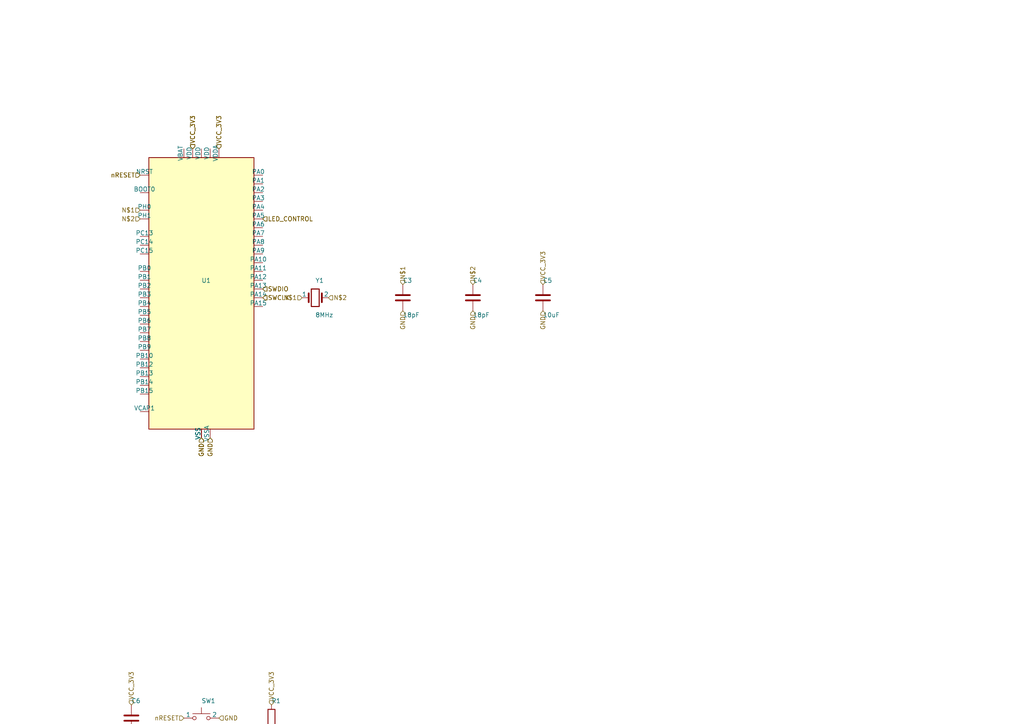
<source format=kicad_sch>
(kicad_sch (version 20250114) (generator "circuit_synth") (generator_version "9.0")
  (paper "A4")
  (lib_symbols
    (symbol "Device:C" (pin_numbers hide) (pin_names (offset 0))
      (property "Reference" "C" (at 0 0 0))
      (property "Value" "C" (at 0 0 0))
      (symbol "C_0_1"
        (polyline (pts (xy -2.032 0.762) (xy 2.032 0.762)) (stroke (width 0.508)))
        (polyline (pts (xy -2.032 -0.762) (xy 2.032 -0.762)) (stroke (width 0.508)))
      )
      (symbol "C_1_1"
        (pin passive line (at 0 3.81 270) (length 2.794) (name "~") (number "1"))
        (pin passive line (at 0 -3.81 90) (length 2.794) (name "~") (number "2"))
      )
    )
    (symbol "Device:Crystal" (pin_numbers hide) (pin_names (offset 0))
      (property "Reference" "Y" (at 0 0 0))
      (property "Value" "Crystal" (at 0 0 0))
      (symbol "Crystal_0_1"
        (polyline (pts (xy -2.54 0) (xy -1.905 0)))
        (polyline (pts (xy -1.905 -1.27) (xy -1.905 1.27)) (stroke (width 0.508)))
        (rectangle (start -1.143 2.54) (end 1.143 -2.54) (stroke (width 0.3048)))
        (polyline (pts (xy 1.905 -1.27) (xy 1.905 1.27)) (stroke (width 0.508)))
        (polyline (pts (xy 2.54 0) (xy 1.905 0)))
      )
      (symbol "Crystal_1_1"
        (pin passive line (at -3.81 0 0) (length 1.27) (name "1") (number "1"))
        (pin passive line (at 3.81 0 180) (length 1.27) (name "2") (number "2"))
      )
    )
    (symbol "Device:R" (pin_numbers hide) (pin_names (offset 0))
      (property "Reference" "R" (at 0 0 0))
      (property "Value" "R" (at 0 0 0))
      (symbol "R_0_1"
        (rectangle (start -1.016 -2.54) (end 1.016 2.54) (stroke (width 0.254)))
      )
      (symbol "R_1_1"
        (pin passive line (at 0 3.81 270) (length 1.27) (name "~") (number "1"))
        (pin passive line (at 0 -3.81 90) (length 1.27) (name "~") (number "2"))
      )
    )
    (symbol "MCU_ST_STM32F4:STM32F411CEUx" (pin_numbers hide) (pin_names (offset 0))
      (property "Reference" "U" (at 0 0 0))
      (property "Value" "STM32F411CEUx" (at 0 0 0))
      (symbol "STM32F411CEUx_0_1"
        (rectangle (start -15.24 -38.1) (end 15.24 40.64) (stroke (width 0.254)) (fill (type background)))
      )
      (symbol "STM32F411CEUx_1_1"
        (pin input line (at -17.78 35.56 0) (length 2.54) (name "NRST") (number "7"))
        (pin input line (at -17.78 30.48 0) (length 2.54) (name "BOOT0") (number "44"))
        (pin bidirectional line (at -17.78 25.4 0) (length 2.54) (name "PH0") (number "5"))
        (pin bidirectional line (at -17.78 22.86 0) (length 2.54) (name "PH1") (number "6"))
        (pin bidirectional line (at -17.78 17.78 0) (length 2.54) (name "PC13") (number "2"))
        (pin bidirectional line (at -17.78 15.24 0) (length 2.54) (name "PC14") (number "3"))
        (pin bidirectional line (at -17.78 12.7 0) (length 2.54) (name "PC15") (number "4"))
        (pin bidirectional line (at -17.78 7.62 0) (length 2.54) (name "PB0") (number "18"))
        (pin bidirectional line (at -17.78 5.08 0) (length 2.54) (name "PB1") (number "19"))
        (pin bidirectional line (at -17.78 2.54 0) (length 2.54) (name "PB2") (number "20"))
        (pin bidirectional line (at -17.78 0 0) (length 2.54) (name "PB3") (number "39"))
        (pin bidirectional line (at -17.78 -2.54 0) (length 2.54) (name "PB4") (number "40"))
        (pin bidirectional line (at -17.78 -5.08 0) (length 2.54) (name "PB5") (number "41"))
        (pin bidirectional line (at -17.78 -7.62 0) (length 2.54) (name "PB6") (number "42"))
        (pin bidirectional line (at -17.78 -10.16 0) (length 2.54) (name "PB7") (number "43"))
        (pin bidirectional line (at -17.78 -12.7 0) (length 2.54) (name "PB8") (number "45"))
        (pin bidirectional line (at -17.78 -15.24 0) (length 2.54) (name "PB9") (number "46"))
        (pin bidirectional line (at -17.78 -17.78 0) (length 2.54) (name "PB10") (number "21"))
        (pin bidirectional line (at -17.78 -20.32 0) (length 2.54) (name "PB12") (number "25"))
        (pin bidirectional line (at -17.78 -22.86 0) (length 2.54) (name "PB13") (number "26"))
        (pin bidirectional line (at -17.78 -25.4 0) (length 2.54) (name "PB14") (number "27"))
        (pin bidirectional line (at -17.78 -27.94 0) (length 2.54) (name "PB15") (number "28"))
        (pin power_out line (at -17.78 -33.02 0) (length 2.54) (name "VCAP1") (number "22"))
        (pin power_in line (at -5.08 43.18 270) (length 2.54) (name "VBAT") (number "1"))
        (pin power_in line (at -2.54 43.18 270) (length 2.54) (name "VDD") (number "24"))
        (pin power_in line (at 0 43.18 270) (length 2.54) (name "VDD") (number "36"))
        (pin power_in line (at 0 -40.64 90) (length 2.54) (name "VSS") (number "23"))
        (pin passive line (at 0 -40.64 90) (length 2.54) (name "VSS") (number "35"))
        (pin passive line (at 0 -40.64 90) (length 2.54) (name "VSS") (number "47"))
        (pin passive line (at 0 -40.64 90) (length 2.54) (name "VSS") (number "49"))
        (pin power_in line (at 2.54 43.18 270) (length 2.54) (name "VDD") (number "48"))
        (pin power_in line (at 2.54 -40.64 90) (length 2.54) (name "VSSA") (number "8"))
        (pin power_in line (at 5.08 43.18 270) (length 2.54) (name "VDDA") (number "9"))
        (pin bidirectional line (at 17.78 35.56 180) (length 2.54) (name "PA0") (number "10"))
        (pin bidirectional line (at 17.78 33.02 180) (length 2.54) (name "PA1") (number "11"))
        (pin bidirectional line (at 17.78 30.48 180) (length 2.54) (name "PA2") (number "12"))
        (pin bidirectional line (at 17.78 27.94 180) (length 2.54) (name "PA3") (number "13"))
        (pin bidirectional line (at 17.78 25.4 180) (length 2.54) (name "PA4") (number "14"))
        (pin bidirectional line (at 17.78 22.86 180) (length 2.54) (name "PA5") (number "15"))
        (pin bidirectional line (at 17.78 20.32 180) (length 2.54) (name "PA6") (number "16"))
        (pin bidirectional line (at 17.78 17.78 180) (length 2.54) (name "PA7") (number "17"))
        (pin bidirectional line (at 17.78 15.24 180) (length 2.54) (name "PA8") (number "29"))
        (pin bidirectional line (at 17.78 12.7 180) (length 2.54) (name "PA9") (number "30"))
        (pin bidirectional line (at 17.78 10.16 180) (length 2.54) (name "PA10") (number "31"))
        (pin bidirectional line (at 17.78 7.62 180) (length 2.54) (name "PA11") (number "32"))
        (pin bidirectional line (at 17.78 5.08 180) (length 2.54) (name "PA12") (number "33"))
        (pin bidirectional line (at 17.78 2.54 180) (length 2.54) (name "PA13") (number "34"))
        (pin bidirectional line (at 17.78 0 180) (length 2.54) (name "PA14") (number "37"))
        (pin bidirectional line (at 17.78 -2.54 180) (length 2.54) (name "PA15") (number "38"))
      )
    )
    (symbol "Switch:SW_Push" (pin_numbers hide) (pin_names (offset 0))
      (property "Reference" "SW" (at 0 0 0))
      (property "Value" "SW_Push" (at 0 0 0))
      (symbol "SW_Push_0_1"
        (circle (center -2.032 0) (radius 0.508))
        (polyline (pts (xy 0 1.27) (xy 0 3.048)))
        (circle (center 2.032 0) (radius 0.508))
        (polyline (pts (xy 2.54 1.27) (xy -2.54 1.27)))
      )
      (symbol "SW_Push_1_1"
        (pin passive line (at -5.08 0 0) (length 2.54) (name "1") (number "1"))
        (pin passive line (at 5.08 0 180) (length 2.54) (name "2") (number "2"))
      )
    )
  )
  (symbol (lib_id "MCU_ST_STM32F4:STM32F411CEUx") (at 58.42 86.36 0) (unit 1)
    (property "Reference" "U1" (at 58.42 81.36 0) (effects (justify left)))
    (property "Footprint" "Package_QFP:LQFP-48_7x7mm_P0.5mm" (effects (hide yes)))
  )
  (symbol (lib_id "Device:Crystal") (at 91.44 86.36 0) (unit 1)
    (property "Reference" "Y1" (at 91.44 81.36 0) (effects (justify left)))
    (property "Value" "8MHz" (at 91.44 91.36 0) (effects (justify left)))
    (property "Footprint" "Crystal:Crystal_SMD_3225-4Pin_3.2x2.5mm" (effects (hide yes)))
  )
  (symbol (lib_id "Device:C") (at 116.84 86.36 0) (unit 1)
    (property "Reference" "C3" (at 116.84 81.36 0) (effects (justify left)))
    (property "Value" "18pF" (at 116.84 91.36 0) (effects (justify left)))
    (property "Footprint" "Capacitor_SMD:C_0603_1608Metric" (effects (hide yes)))
  )
  (symbol (lib_id "Device:C") (at 137.16 86.36 0) (unit 1)
    (property "Reference" "C4" (at 137.16 81.36 0) (effects (justify left)))
    (property "Value" "18pF" (at 137.16 91.36 0) (effects (justify left)))
    (property "Footprint" "Capacitor_SMD:C_0603_1608Metric" (effects (hide yes)))
  )
  (symbol (lib_id "Device:C") (at 157.48 86.36 0) (unit 1)
    (property "Reference" "C5" (at 157.48 81.36 0) (effects (justify left)))
    (property "Value" "10uF" (at 157.48 91.36 0) (effects (justify left)))
    (property "Footprint" "Capacitor_SMD:C_0805_2012Metric" (effects (hide yes)))
  )
  (symbol (lib_id "Device:C") (at 38.1 208.28 0) (unit 1)
    (property "Reference" "C6" (at 38.1 203.28 0) (effects (justify left)))
    (property "Value" "100nF" (at 38.1 213.28 0) (effects (justify left)))
    (property "Footprint" "Capacitor_SMD:C_0603_1608Metric" (effects (hide yes)))
  )
  (symbol (lib_id "Switch:SW_Push") (at 58.42 208.28 0) (unit 1)
    (property "Reference" "SW1" (at 58.42 203.28 0) (effects (justify left)))
    (property "Footprint" "Button_Switch_SMD:SW_SPST_CK_RS282G05A3" (effects (hide yes)))
  )
  (symbol (lib_id "Device:R") (at 78.74 208.28 0) (unit 1)
    (property "Reference" "R1" (at 78.74 203.28 0) (effects (justify left)))
    (property "Value" "10k" (at 78.74 213.28 0) (effects (justify left)))
    (property "Footprint" "Resistor_SMD:R_0603_1608Metric" (effects (hide yes)))
  )
  (hierarchical_label "nRESET" (shape input) (at 40.64 50.8 180))
  (hierarchical_label "nRESET" (shape input) (at 40.64 50.8 180))
  (hierarchical_label "nRESET" (shape input) (at 53.34 208.28 180))
  (hierarchical_label "nRESET" (shape input) (at 78.74 212.09 270))
  (hierarchical_label "N$1" (shape input) (at 40.64 60.96 180))
  (hierarchical_label "N$1" (shape input) (at 87.63 86.36 180))
  (hierarchical_label "N$1" (shape input) (at 116.84 82.55 90))
  (hierarchical_label "N$2" (shape input) (at 40.64 63.5 180))
  (hierarchical_label "N$2" (shape input) (at 95.25 86.36 0))
  (hierarchical_label "N$2" (shape input) (at 137.16 82.55 90))
  (hierarchical_label "VCC_3V3" (shape input) (at 55.88 43.18 90))
  (hierarchical_label "VCC_3V3" (shape input) (at 55.88 43.18 90))
  (hierarchical_label "VCC_3V3" (shape input) (at 55.88 43.18 90))
  (hierarchical_label "VCC_3V3" (shape input) (at 63.5 43.18 90))
  (hierarchical_label "VCC_3V3" (shape input) (at 63.5 43.18 90))
  (hierarchical_label "VCC_3V3" (shape input) (at 157.48 82.55 90))
  (hierarchical_label "VCC_3V3" (shape input) (at 38.1 204.47 90))
  (hierarchical_label "VCC_3V3" (shape input) (at 78.74 204.47 90))
  (hierarchical_label "GND" (shape input) (at 58.42 127 270))
  (hierarchical_label "GND" (shape input) (at 58.42 127 270))
  (hierarchical_label "GND" (shape input) (at 58.42 127 270))
  (hierarchical_label "GND" (shape input) (at 58.42 127 270))
  (hierarchical_label "GND" (shape input) (at 60.96 127 270))
  (hierarchical_label "GND" (shape input) (at 60.96 127 270))
  (hierarchical_label "GND" (shape input) (at 116.84 90.17 270))
  (hierarchical_label "GND" (shape input) (at 137.16 90.17 270))
  (hierarchical_label "GND" (shape input) (at 157.48 90.17 270))
  (hierarchical_label "GND" (shape input) (at 38.1 212.09 270))
  (hierarchical_label "GND" (shape input) (at 63.5 208.28 0))
  (hierarchical_label "LED_CONTROL" (shape input) (at 76.2 63.5 0))
  (hierarchical_label "LED_CONTROL" (shape input) (at 76.2 63.5 0))
  (hierarchical_label "SWDIO" (shape input) (at 76.2 83.82 0))
  (hierarchical_label "SWDIO" (shape input) (at 76.2 83.82 0))
  (hierarchical_label "SWCLK" (shape input) (at 76.2 86.36 0))
  (hierarchical_label "SWCLK" (shape input) (at 76.2 86.36 0))
)
</source>
